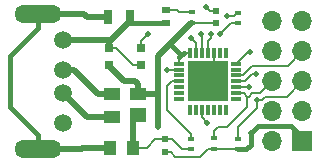
<source format=gtl>
G04 #@! TF.FileFunction,Copper,L1,Top,Signal*
%FSLAX46Y46*%
G04 Gerber Fmt 4.6, Leading zero omitted, Abs format (unit mm)*
G04 Created by KiCad (PCBNEW 4.0.6-e0-6349~53~ubuntu16.04.1) date Fri Jun 23 14:49:20 2017*
%MOMM*%
%LPD*%
G01*
G04 APERTURE LIST*
%ADD10C,0.100000*%
%ADD11R,0.500000X0.600000*%
%ADD12R,0.750000X0.800000*%
%ADD13R,0.700000X0.600000*%
%ADD14R,0.600000X0.400000*%
%ADD15R,0.300000X0.900000*%
%ADD16R,0.900000X0.300000*%
%ADD17R,3.350000X3.350000*%
%ADD18C,1.500000*%
%ADD19O,4.000000X1.500000*%
%ADD20R,1.000000X1.250000*%
%ADD21R,1.700000X1.700000*%
%ADD22O,1.700000X1.700000*%
%ADD23R,0.700000X1.300000*%
%ADD24R,1.400000X1.200000*%
%ADD25R,1.400000X1.000000*%
%ADD26C,0.500000*%
%ADD27C,0.200000*%
%ADD28C,0.400000*%
%ADD29C,0.500000*%
%ADD30C,1.000000*%
G04 APERTURE END LIST*
D10*
D11*
X113450000Y-113000000D03*
X113450000Y-111900000D03*
D12*
X111400000Y-104150000D03*
X111400000Y-105650000D03*
D11*
X117750000Y-102100000D03*
X117750000Y-101000000D03*
D12*
X108650000Y-105650000D03*
X108650000Y-104150000D03*
D13*
X113500000Y-100950000D03*
X113500000Y-102050000D03*
D14*
X115700000Y-102050000D03*
X115700000Y-101150000D03*
X119600000Y-112750000D03*
X119600000Y-111850000D03*
X117600000Y-112700000D03*
X117600000Y-111800000D03*
X119600000Y-102100000D03*
X119600000Y-101200000D03*
X115650000Y-112750000D03*
X115650000Y-111850000D03*
D15*
X118550000Y-104600000D03*
X118050000Y-104600000D03*
X117550000Y-104600000D03*
X117050000Y-104600000D03*
X116550000Y-104600000D03*
X116050000Y-104600000D03*
X115550000Y-104600000D03*
D16*
X114650000Y-105500000D03*
X114650000Y-106000000D03*
X114650000Y-106500000D03*
X114650000Y-107000000D03*
X114650000Y-107500000D03*
X114650000Y-108000000D03*
X114650000Y-108500000D03*
D15*
X115550000Y-109400000D03*
X116050000Y-109400000D03*
X116550000Y-109400000D03*
X117050000Y-109400000D03*
X117550000Y-109400000D03*
X118050000Y-109400000D03*
X118550000Y-109400000D03*
D16*
X119450000Y-108500000D03*
X119450000Y-108000000D03*
X119450000Y-107500000D03*
X119450000Y-107000000D03*
X119450000Y-106500000D03*
X119450000Y-106000000D03*
X119450000Y-105500000D03*
D17*
X117050000Y-107000000D03*
D18*
X104800000Y-103500000D03*
X104800000Y-106000000D03*
X104800000Y-108000000D03*
X104800000Y-110500000D03*
D19*
X102700000Y-112700000D03*
X102700000Y-101300000D03*
D20*
X110750000Y-112600000D03*
X108750000Y-112600000D03*
D21*
X125050000Y-112080000D03*
D22*
X122510000Y-112080000D03*
X125050000Y-109540000D03*
X122510000Y-109540000D03*
X125050000Y-107000000D03*
X122510000Y-107000000D03*
X125050000Y-104460000D03*
X122510000Y-104460000D03*
X125050000Y-101920000D03*
X122510000Y-101920000D03*
D23*
X110500000Y-101550000D03*
X108600000Y-101550000D03*
D24*
X111150000Y-109820000D03*
D25*
X111150000Y-108100000D03*
X108950000Y-108100000D03*
X108950000Y-110000000D03*
D26*
X118100000Y-103000000D03*
X120700000Y-111400000D03*
X112000000Y-103000000D03*
X115600000Y-103300000D03*
X117050000Y-107000000D03*
X110750000Y-111100000D03*
X116900000Y-100700000D03*
X112800000Y-110900000D03*
X118700000Y-101500000D03*
X113600000Y-106000000D03*
X117300000Y-103000000D03*
X116500000Y-103000000D03*
X120600000Y-104500000D03*
X117000000Y-110500000D03*
X121100000Y-106400000D03*
X121200000Y-108600000D03*
X120500000Y-107500000D03*
D27*
X119600000Y-102100000D02*
X119000000Y-102100000D01*
X119000000Y-102100000D02*
X118100000Y-103000000D01*
D28*
X121000000Y-111100000D02*
X121300000Y-110800000D01*
X121300000Y-110800000D02*
X124100000Y-110800000D01*
X124100000Y-110800000D02*
X125050000Y-111750000D01*
X125050000Y-111750000D02*
X125050000Y-112080000D01*
X120700000Y-111400000D02*
X121000000Y-111100000D01*
X121000000Y-111100000D02*
X121220001Y-110879999D01*
X120700000Y-112350000D02*
X120700000Y-111400000D01*
X119600000Y-112750000D02*
X120300000Y-112750000D01*
X120300000Y-112750000D02*
X120700000Y-112350000D01*
D27*
X111400000Y-104150000D02*
X111400000Y-103600000D01*
X111400000Y-103600000D02*
X112000000Y-103000000D01*
X116050000Y-104600000D02*
X116050000Y-103750000D01*
X116050000Y-103750000D02*
X115600000Y-103300000D01*
X113450000Y-113000000D02*
X113900000Y-113000000D01*
X113900000Y-113000000D02*
X114300000Y-113400000D01*
X114300000Y-113400000D02*
X116400000Y-113400000D01*
X116400000Y-113400000D02*
X117100000Y-112700000D01*
X117100000Y-112700000D02*
X117600000Y-112700000D01*
X117600000Y-112700000D02*
X119550000Y-112700000D01*
X119550000Y-112700000D02*
X119600000Y-112750000D01*
D28*
X125050000Y-112080000D02*
X125020000Y-112080000D01*
D27*
X119550000Y-112750000D02*
X119600000Y-112800000D01*
D29*
X110750000Y-111100000D02*
X110750000Y-110220000D01*
X110750000Y-112600000D02*
X110750000Y-111100000D01*
D27*
X117750000Y-101000000D02*
X117200000Y-101000000D01*
X117200000Y-101000000D02*
X116900000Y-100700000D01*
D29*
X110500000Y-101850000D02*
X110100000Y-102250000D01*
D28*
X113500000Y-102050000D02*
X110300000Y-102050000D01*
D29*
X110100000Y-102250000D02*
X108850000Y-103500000D01*
D28*
X110300000Y-102050000D02*
X110100000Y-102250000D01*
D27*
X117550000Y-104600000D02*
X117550000Y-106500000D01*
X117550000Y-106500000D02*
X117050000Y-107000000D01*
X109250000Y-104150000D02*
X110750000Y-105650000D01*
X110750000Y-105650000D02*
X111400000Y-105650000D01*
X108650000Y-104150000D02*
X109250000Y-104150000D01*
D29*
X108650000Y-104150000D02*
X108650000Y-103700000D01*
X108650000Y-103700000D02*
X108850000Y-103500000D01*
X110500000Y-101550000D02*
X110500000Y-101850000D01*
X108850000Y-103500000D02*
X108000000Y-103500000D01*
X104800000Y-103500000D02*
X108000000Y-103500000D01*
X110750000Y-110220000D02*
X111150000Y-109820000D01*
D27*
X114000000Y-111900000D02*
X114850000Y-112750000D01*
X114850000Y-112750000D02*
X115650000Y-112750000D01*
X113450000Y-111900000D02*
X114000000Y-111900000D01*
X111900000Y-112600000D02*
X112600000Y-111900000D01*
X112600000Y-111900000D02*
X113450000Y-111900000D01*
X110750000Y-112600000D02*
X111900000Y-112600000D01*
D29*
X112800000Y-108100000D02*
X112800000Y-110900000D01*
D27*
X114650000Y-105150000D02*
X114650000Y-104950000D01*
X115200000Y-104600000D02*
X115000000Y-104600000D01*
D29*
X113850000Y-103800000D02*
X114100000Y-103550000D01*
D28*
X113850000Y-103800000D02*
X113850000Y-103850000D01*
D29*
X112800000Y-104850000D02*
X113850000Y-103800000D01*
D28*
X114800000Y-104800000D02*
X114650000Y-104950000D01*
X115000000Y-104600000D02*
X114800000Y-104800000D01*
X113850000Y-103850000D02*
X114800000Y-104800000D01*
D29*
X114100000Y-103550000D02*
X115600000Y-102050000D01*
D27*
X115200000Y-104600000D02*
X115150000Y-104600000D01*
D29*
X112800000Y-108100000D02*
X112800000Y-104850000D01*
X115600000Y-102050000D02*
X115700000Y-102050000D01*
D27*
X115700000Y-102050000D02*
X117700000Y-102050000D01*
X117700000Y-102050000D02*
X117750000Y-102100000D01*
X115200000Y-104600000D02*
X115400000Y-104600000D01*
X115400000Y-104600000D02*
X115550000Y-104600000D01*
X114650000Y-105500000D02*
X114650000Y-105150000D01*
D29*
X111150000Y-108100000D02*
X111150000Y-107250000D01*
X111150000Y-107250000D02*
X110900000Y-107000000D01*
X110900000Y-107000000D02*
X109975000Y-107000000D01*
X109975000Y-107000000D02*
X108650000Y-105675000D01*
X108650000Y-105675000D02*
X108650000Y-105650000D01*
X112350000Y-108100000D02*
X112800000Y-108100000D01*
X111150000Y-108100000D02*
X112350000Y-108100000D01*
D27*
X114400000Y-100950000D02*
X114600000Y-101150000D01*
X114600000Y-101150000D02*
X115700000Y-101150000D01*
X113500000Y-100950000D02*
X114400000Y-100950000D01*
X118700000Y-101500000D02*
X119300000Y-101500000D01*
X119300000Y-101500000D02*
X119600000Y-101200000D01*
X114650000Y-106000000D02*
X113600000Y-106000000D01*
X114650000Y-107000000D02*
X114000000Y-107000000D01*
X114000000Y-107000000D02*
X113600000Y-107400000D01*
X113600000Y-107400000D02*
X113600000Y-109400000D01*
X113600000Y-109400000D02*
X115650000Y-111450000D01*
X115650000Y-111450000D02*
X115650000Y-111850000D01*
D28*
X102700000Y-101300000D02*
X102700000Y-102450000D01*
X102700000Y-102450000D02*
X100300000Y-104850000D01*
X100300000Y-104850000D02*
X100300000Y-109150000D01*
X100300000Y-109150000D02*
X102700000Y-111550000D01*
X102700000Y-111550000D02*
X102700000Y-112700000D01*
D29*
X108750000Y-112600000D02*
X106450000Y-112600000D01*
X106450000Y-112600000D02*
X106350000Y-112700000D01*
X106350000Y-112700000D02*
X102700000Y-112700000D01*
X106800000Y-101550000D02*
X106550000Y-101300000D01*
X106550000Y-101300000D02*
X102700000Y-101300000D01*
X108600000Y-101550000D02*
X106800000Y-101550000D01*
D30*
X102800000Y-112600000D02*
X102700000Y-112700000D01*
D27*
X117300000Y-103300000D02*
X117300000Y-103000000D01*
X117050000Y-103550000D02*
X117300000Y-103300000D01*
D29*
X107650000Y-107950000D02*
X107000000Y-107300000D01*
X107000000Y-107300000D02*
X105700000Y-106000000D01*
D27*
X117050000Y-104600000D02*
X117050000Y-103550000D01*
D29*
X105700000Y-106000000D02*
X104800000Y-106000000D01*
X107650000Y-108000000D02*
X107650000Y-107950000D01*
X108950000Y-108100000D02*
X107750000Y-108100000D01*
X107750000Y-108100000D02*
X107650000Y-108000000D01*
D27*
X116550000Y-104600000D02*
X116550000Y-103050000D01*
X116550000Y-103050000D02*
X116500000Y-103000000D01*
D29*
X108950000Y-110000000D02*
X106800000Y-110000000D01*
X106800000Y-110000000D02*
X104800000Y-108000000D01*
D27*
X120600000Y-104500000D02*
X120450000Y-104500000D01*
X120450000Y-104500000D02*
X119450000Y-105500000D01*
X117000000Y-110500000D02*
X116550000Y-110050000D01*
X116550000Y-110050000D02*
X116550000Y-109400000D01*
X119450000Y-107000000D02*
X120200000Y-107000000D01*
X120200000Y-107000000D02*
X120800000Y-106400000D01*
X120800000Y-106400000D02*
X121100000Y-106400000D01*
X121900000Y-108300000D02*
X121600000Y-108600000D01*
X121600000Y-108600000D02*
X121200000Y-108600000D01*
X121200000Y-108600000D02*
X121200000Y-109221998D01*
X121200000Y-109000000D02*
X121200000Y-108600000D01*
X125050000Y-107000000D02*
X123750000Y-108300000D01*
X123750000Y-108300000D02*
X121900000Y-108300000D01*
X121200000Y-109000000D02*
X121200000Y-109221998D01*
X119600000Y-110821998D02*
X119600000Y-111850000D01*
X121200000Y-109221998D02*
X119600000Y-110821998D01*
X120500000Y-108300000D02*
X120800000Y-108000000D01*
X120800000Y-108000000D02*
X121510000Y-108000000D01*
X120400000Y-108300000D02*
X120500000Y-108300000D01*
X120100000Y-108000000D02*
X120400000Y-108300000D01*
X120400000Y-109200000D02*
X118700000Y-110900000D01*
X119450000Y-108000000D02*
X120100000Y-108000000D01*
X120400000Y-108300000D02*
X120400000Y-109200000D01*
X118700000Y-110900000D02*
X117900000Y-110900000D01*
X117900000Y-110900000D02*
X117600000Y-111200000D01*
X117600000Y-111200000D02*
X117600000Y-111800000D01*
X121510000Y-108000000D02*
X122510000Y-107000000D01*
X125050000Y-104460000D02*
X123800001Y-105709999D01*
X123800001Y-105709999D02*
X121909999Y-105709999D01*
X121909999Y-105709999D02*
X121900000Y-105700000D01*
X121900000Y-105700000D02*
X120800000Y-105700000D01*
X120800000Y-105700000D02*
X120000000Y-106500000D01*
X120000000Y-106500000D02*
X119450000Y-106500000D01*
X119450000Y-107500000D02*
X120500000Y-107500000D01*
M02*

</source>
